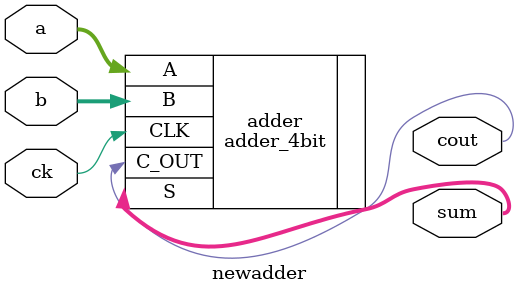
<source format=v>
`timescale 1ns / 1ps


module newadder(
input [3:0] a,b,
input ck,
output [3:0] sum,
output cout
);
adder_4bit adder (
  .A(a),          // input wire [3 : 0] A
  .B(b),          // input wire [3 : 0] B
  .CLK(ck),      // input wire CLK
  .C_OUT(cout),  // output wire C_OUT
  .S(sum)          // output wire [3 : 0] S
);

endmodule

</source>
